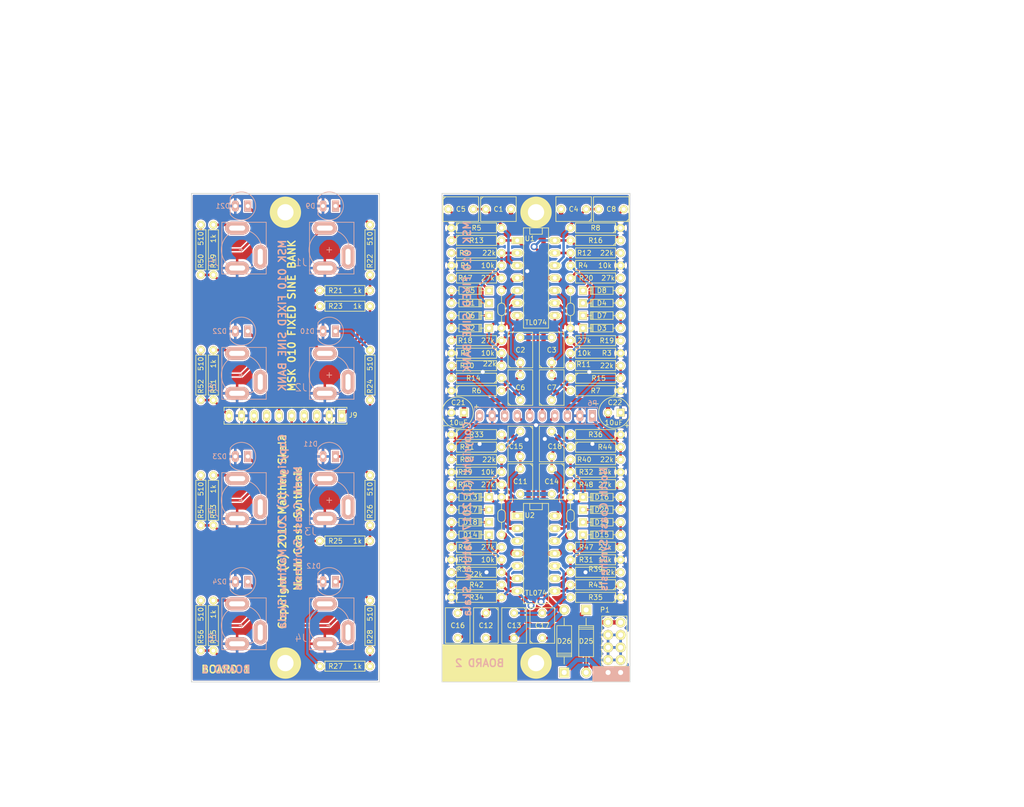
<source format=kicad_pcb>
(kicad_pcb (version 20211014) (generator pcbnew)
  (title_block (title "MSK 010 Fixed Sine Bank") (comment 1 "$Id: manysine.kicad_pcb 10133 2022-06-04 14:32:36Z mskala $"))
  (layers (0 "F.Cu" signal) (31 "B.Cu" signal) (34 "B.Paste" user) (35 "F.Paste" user) (36 "B.SilkS" user "B.Silkscreen") (37 "F.SilkS" user "F.Silkscreen") (38 "B.Mask" user) (39 "F.Mask" user) (44 "Edge.Cuts" user))
  (net 0 "")
  (net 1 "Net-(C1-Pad1)")
  (net 2 "-12V")
  (net 3 "Net-(C2-Pad1)")
  (net 4 "Net-(C3-Pad1)")
  (net 5 "Net-(C4-Pad1)")
  (net 6 "Net-(C5-Pad1)")
  (net 7 "Net-(C6-Pad1)")
  (net 8 "Net-(C7-Pad1)")
  (net 9 "Net-(C8-Pad1)")
  (net 10 "GNDREF")
  (net 11 "+12V")
  (net 12 "Net-(C11-Pad1)")
  (net 13 "Net-(C12-Pad1)")
  (net 14 "Net-(C13-Pad1)")
  (net 15 "Net-(C14-Pad1)")
  (net 16 "Net-(C15-Pad1)")
  (net 17 "Net-(C16-Pad1)")
  (net 18 "Net-(C17-Pad1)")
  (net 19 "Net-(C18-Pad1)")
  (net 20 "Net-(D1-Pad1)")
  (net 21 "Net-(D1-Pad2)")
  (net 22 "Net-(D2-Pad1)")
  (net 23 "Net-(D2-Pad2)")
  (net 24 "Net-(D3-Pad1)")
  (net 25 "Net-(D3-Pad2)")
  (net 26 "Net-(D4-Pad1)")
  (net 27 "Net-(D4-Pad2)")
  (net 28 "Net-(D5-Pad2)")
  (net 29 "Net-(D6-Pad2)")
  (net 30 "Net-(D7-Pad2)")
  (net 31 "Net-(D8-Pad2)")
  (net 32 "Net-(D13-Pad1)")
  (net 33 "Net-(D13-Pad2)")
  (net 34 "Net-(D14-Pad1)")
  (net 35 "Net-(D14-Pad2)")
  (net 36 "Net-(D15-Pad1)")
  (net 37 "Net-(D15-Pad2)")
  (net 38 "Net-(D16-Pad1)")
  (net 39 "Net-(D16-Pad2)")
  (net 40 "Net-(D17-Pad2)")
  (net 41 "Net-(D18-Pad2)")
  (net 42 "Net-(D19-Pad2)")
  (net 43 "Net-(D20-Pad2)")
  (net 44 "Net-(D25-Pad1)")
  (net 45 "Net-(D26-Pad2)")
  (net 46 "Net-(J1-Pad1)")
  (net 47 "Net-(J2-Pad1)")
  (net 48 "Net-(J3-Pad1)")
  (net 49 "Net-(J4-Pad1)")
  (net 50 "Net-(J5-Pad1)")
  (net 51 "Net-(J6-Pad1)")
  (net 52 "Net-(J7-Pad1)")
  (net 53 "Net-(J8-Pad1)")
  (net 54 "/OSCA")
  (net 55 "/OSCB")
  (net 56 "/OSCC")
  (net 57 "/OSCD")
  (net 58 "/OSCE")
  (net 59 "/OSCF")
  (net 60 "/OSCG")
  (net 61 "/OSCH")
  (net 62 "Net-(D9-Pad2)")
  (net 63 "Net-(D10-Pad2)")
  (net 64 "Net-(D11-Pad2)")
  (net 65 "Net-(D12-Pad2)")
  (net 66 "Net-(D21-Pad2)")
  (net 67 "Net-(D22-Pad2)")
  (net 68 "Net-(D23-Pad2)")
  (net 69 "Net-(D24-Pad2)")
  (footprint "mskala:C2_3x2msk" (layer "F.Cu") (at 113.03 53.975)
    (fp_text reference "C1")
    (fp_text value "C" hide)
  )
  (footprint "mskala:C2_3x2msk" (layer "F.Cu") (at 117.475 82.55 90)
    (fp_text reference "C2")
    (fp_text value "C" hide)
  )
  (footprint "mskala:C2_3x2msk" (layer "F.Cu") (at 123.825 82.55 90)
    (fp_text reference "C3")
    (fp_text value "C" hide)
  )
  (footprint "mskala:C2_3x2msk" (layer "F.Cu") (at 128.27 53.975 180)
    (fp_text reference "C4")
    (fp_text value "C" hide)
  )
  (footprint "mskala:C2_3x2msk" (layer "F.Cu") (at 105.41 53.975)
    (fp_text reference "C5")
    (fp_text value "C" hide)
  )
  (footprint "mskala:C2_3x2msk" (layer "F.Cu") (at 117.475 90.17 90)
    (fp_text reference "C6")
    (fp_text value "C" hide)
  )
  (footprint "mskala:C2_3x2msk" (layer "F.Cu") (at 123.825 90.17 90)
    (fp_text reference "C7")
    (fp_text value "C" hide)
  )
  (footprint "mskala:C2_3x2msk" (layer "F.Cu") (at 135.89 53.975 180)
    (fp_text reference "C8")
    (fp_text value "C" hide)
  )
  (footprint "mskala:C3msk" (layer "F.Cu") (at 113.665 74.295 90)
    (fp_text reference "C9" hide)
    (fp_text value "0.1uF" hide)
  )
  (footprint "mskala:C3msk" (layer "F.Cu") (at 127.635 74.295 90)
    (fp_text reference "C10" hide)
    (fp_text value "0.1uF" hide)
  )
  (footprint "mskala:C2_3x2msk" (layer "F.Cu") (at 117.475 109.22 -90)
    (fp_text reference "C11")
    (fp_text value "C" hide)
  )
  (footprint "mskala:C2_3x2msk" (layer "F.Cu") (at 110.49 138.43 -90)
    (fp_text reference "C12")
    (fp_text value "C" hide)
  )
  (footprint "mskala:C2_3x2msk" (layer "F.Cu") (at 116.205 138.43 -90)
    (fp_text reference "C13")
    (fp_text value "C" hide)
  )
  (footprint "mskala:C2_3x2msk" (layer "F.Cu") (at 123.825 109.22 -90)
    (fp_text reference "C14")
    (fp_text value "C" hide)
  )
  (footprint "mskala:C2_3x2msk" (layer "F.Cu") (at 117.475 101.6 -90)
    (fp_text reference "C15")
    (fp_text value "C" hide)
  )
  (footprint "mskala:C2_3x2msk" (layer "F.Cu") (at 104.775 138.43 -90)
    (fp_text reference "C16")
    (fp_text value "C" hide)
  )
  (footprint "mskala:C2_3x2msk" (layer "F.Cu") (at 121.92 138.43 90)
    (fp_text reference "C17")
    (fp_text value "C" hide)
  )
  (footprint "mskala:C2_3x2msk" (layer "F.Cu") (at 123.825 101.6 -90)
    (fp_text reference "C18")
    (fp_text value "C" hide)
  )
  (footprint "mskala:C3msk" (layer "F.Cu") (at 113.665 116.205 -90)
    (fp_text reference "C19" hide)
    (fp_text value "0.1uF" hide)
  )
  (footprint "mskala:C3msk" (layer "F.Cu") (at 127.635 116.205 -90)
    (fp_text reference "C20" hide)
    (fp_text value "0.1uF" hide)
  )
  (footprint "mskala:C1V7msk" (layer "F.Cu") (at 104.775 95.25 180)
    (fp_text reference "C21")
    (fp_text value "10uF")
  )
  (footprint "mskala:C1V7msk" (layer "F.Cu") (at 136.525 95.25 180)
    (fp_text reference "C22")
    (fp_text value "10uF")
  )
  (footprint "mskala:DO35_3msk" (layer "F.Cu") (at 107.315 73.025)
    (fp_text reference "D1")
    (fp_text value "1N5229B" hide)
  )
  (footprint "mskala:DO35_3msk" (layer "F.Cu") (at 107.315 78.105)
    (fp_text reference "D2")
    (fp_text value "1N5229B" hide)
  )
  (footprint "mskala:DO35_3msk" (layer "F.Cu") (at 133.985 78.105 180)
    (fp_text reference "D3")
    (fp_text value "1N5229B" hide)
  )
  (footprint "mskala:DO35_3msk" (layer "F.Cu") (at 133.985 73.025 180)
    (fp_text reference "D4")
    (fp_text value "1N5229B" hide)
  )
  (footprint "mskala:DO35_3msk" (layer "F.Cu") (at 107.315 70.485)
    (fp_text reference "D5")
    (fp_text value "1N5229B" hide)
  )
  (footprint "mskala:DO35_3msk" (layer "F.Cu") (at 107.315 75.565)
    (fp_text reference "D6")
    (fp_text value "1N5229B" hide)
  )
  (footprint "mskala:DO35_3msk" (layer "F.Cu") (at 133.985 75.565 180)
    (fp_text reference "D7")
    (fp_text value "1N5229B" hide)
  )
  (footprint "mskala:DO35_3msk" (layer "F.Cu") (at 133.985 70.485 180)
    (fp_text reference "D8")
    (fp_text value "1N5229B" hide)
  )
  (footprint "mskala:DO35_3msk" (layer "F.Cu") (at 107.315 112.395)
    (fp_text reference "D13")
    (fp_text value "1N5229B" hide)
  )
  (footprint "mskala:DO35_3msk" (layer "F.Cu") (at 107.315 120.015)
    (fp_text reference "D14")
    (fp_text value "1N5229B" hide)
  )
  (footprint "mskala:DO35_3msk" (layer "F.Cu") (at 133.985 120.015 180)
    (fp_text reference "D15")
    (fp_text value "1N5229B" hide)
  )
  (footprint "mskala:DO35_3msk" (layer "F.Cu") (at 133.985 112.395 180)
    (fp_text reference "D16")
    (fp_text value "1N5229B" hide)
  )
  (footprint "mskala:DO35_3msk" (layer "F.Cu") (at 107.315 114.935)
    (fp_text reference "D17")
    (fp_text value "1N5229B" hide)
  )
  (footprint "mskala:DO35_3msk" (layer "F.Cu") (at 107.315 117.475)
    (fp_text reference "D18")
    (fp_text value "1N5229B" hide)
  )
  (footprint "mskala:DO35_3msk" (layer "F.Cu") (at 133.985 117.475 180)
    (fp_text reference "D19")
    (fp_text value "1N5229B" hide)
  )
  (footprint "mskala:DO35_3msk" (layer "F.Cu") (at 133.985 114.935 180)
    (fp_text reference "D20")
    (fp_text value "1N5229B" hide)
  )
  (footprint "mskala:DO15msk" (layer "F.Cu") (at 130.81 141.605 90)
    (fp_text reference "D25")
    (fp_text value "1N5818" hide)
  )
  (footprint "mskala:DO15msk" (layer "F.Cu") (at 126.365 141.605 -90)
    (fp_text reference "D26")
    (fp_text value "1N5818" hide)
  )
  (footprint "mskala:SIP10msk" (layer "F.Cu") (at 69.85 95.885 180)
    (fp_text reference "J9")
    (fp_text value "CONN_01X10" hide)
  )
  (footprint "mskala:2x05msk" (layer "F.Cu") (at 137.795 147.955 180)
    (fp_text reference "P1")
    (fp_text value "CONN_02X05" hide)
  )
  (footprint "mskala:MountingHole_M3" (layer "F.Cu") (at 120.65 54.61)
    (fp_text reference "H15" hide)
    (fp_text value "CONN_01X01" hide)
  )
  (footprint "mskala:MountingHole_M3" (layer "F.Cu") (at 69.85 54.61)
    (fp_text reference "H19" hide)
    (fp_text value "CONN_01X01" hide)
  )
  (footprint "mskala:MountingHole_M3" (layer "F.Cu") (at 69.85 146.05)
    (fp_text reference "H16" hide)
    (fp_text value "CONN_01X01" hide)
  )
  (footprint "mskala:MountingHole_M3" (layer "F.Cu") (at 120.65 146.05)
    (fp_text reference "H20" hide)
    (fp_text value "CONN_01X01" hide)
  )
  (footprint "mskala:R4valmsk" (layer "F.Cu") (at 108.585 65.405)
    (fp_text reference "R1")
    (fp_text value "10k")
  )
  (footprint "mskala:R4valmsk" (layer "F.Cu") (at 108.585 83.185)
    (fp_text reference "R2")
    (fp_text value "10k")
  )
  (footprint "mskala:R4valmsk" (layer "F.Cu") (at 132.715 83.185 180)
    (fp_text reference "R3")
    (fp_text value "10k")
  )
  (footprint "mskala:R4valmsk" (layer "F.Cu") (at 132.715 65.405 180)
    (fp_text reference "R4")
    (fp_text value "10k")
  )
  (footprint "mskala:R4msk" (layer "F.Cu") (at 108.585 57.785)
    (fp_text reference "R5")
    (fp_text value "R" hide)
  )
  (footprint "mskala:R4msk" (layer "F.Cu") (at 108.585 90.805)
    (fp_text reference "R6")
    (fp_text value "R" hide)
  )
  (footprint "mskala:R4msk" (layer "F.Cu") (at 132.715 90.805 180)
    (fp_text reference "R7")
    (fp_text value "R" hide)
  )
  (footprint "mskala:R4msk" (layer "F.Cu") (at 132.715 57.785 180)
    (fp_text reference "R8")
    (fp_text value "R" hide)
  )
  (footprint "mskala:R4valmsk" (layer "F.Cu") (at 108.585 62.865 180)
    (fp_text reference "R9")
    (fp_text value "22k")
  )
  (footprint "mskala:R4valmsk" (layer "F.Cu") (at 108.585 85.725 180)
    (fp_text reference "R10")
    (fp_text value "22k")
  )
  (footprint "mskala:R4valmsk" (layer "F.Cu") (at 132.715 85.725)
    (fp_text reference "R11")
    (fp_text value "22k")
  )
  (footprint "mskala:R4valmsk" (layer "F.Cu") (at 132.715 62.865)
    (fp_text reference "R12")
    (fp_text value "22k")
  )
  (footprint "mskala:R4msk" (layer "F.Cu") (at 108.585 60.325)
    (fp_text reference "R13")
    (fp_text value "R" hide)
  )
  (footprint "mskala:R4msk" (layer "F.Cu") (at 108.585 88.265 180)
    (fp_text reference "R14")
    (fp_text value "R" hide)
  )
  (footprint "mskala:R4msk" (layer "F.Cu") (at 132.715 88.265)
    (fp_text reference "R15")
    (fp_text value "R" hide)
  )
  (footprint "mskala:R4msk" (layer "F.Cu") (at 132.715 60.325 180)
    (fp_text reference "R16")
    (fp_text value "R" hide)
  )
  (footprint "mskala:R4valmsk" (layer "F.Cu") (at 108.585 67.945)
    (fp_text reference "R17")
    (fp_text value "27k")
  )
  (footprint "mskala:R4valmsk" (layer "F.Cu") (at 108.585 80.645)
    (fp_text reference "R18")
    (fp_text value "27k")
  )
  (footprint "mskala:R4valmsk" (layer "F.Cu") (at 132.715 80.645 180)
    (fp_text reference "R19")
    (fp_text value "27k")
  )
  (footprint "mskala:R4valmsk" (layer "F.Cu") (at 132.715 67.945 180)
    (fp_text reference "R20")
    (fp_text value "27k")
  )
  (footprint "mskala:R4valmsk" (layer "F.Cu") (at 81.915 70.485 180)
    (fp_text reference "R21")
    (fp_text value "1k")
  )
  (footprint "mskala:R4valmsk" (layer "F.Cu") (at 86.995 62.23 90)
    (fp_text reference "R22")
    (fp_text value "510")
  )
  (footprint "mskala:R4valmsk" (layer "F.Cu") (at 81.915 73.66 180)
    (fp_text reference "R23")
    (fp_text value "1k")
  )
  (footprint "mskala:R4valmsk" (layer "F.Cu") (at 86.995 87.63 90)
    (fp_text reference "R24")
    (fp_text value "510")
  )
  (footprint "mskala:R4valmsk" (layer "F.Cu") (at 81.915 121.285 180)
    (fp_text reference "R25")
    (fp_text value "1k")
  )
  (footprint "mskala:R4valmsk" (layer "F.Cu") (at 86.995 113.03 90)
    (fp_text reference "R26")
    (fp_text value "510")
  )
  (footprint "mskala:R4valmsk" (layer "F.Cu") (at 81.915 146.685 180)
    (fp_text reference "R27")
    (fp_text value "1k")
  )
  (footprint "mskala:R4valmsk" (layer "F.Cu") (at 86.995 138.43 90)
    (fp_text reference "R28")
    (fp_text value "510")
  )
  (footprint "mskala:R4valmsk" (layer "F.Cu") (at 108.585 107.315)
    (fp_text reference "R29")
    (fp_text value "10k")
  )
  (footprint "mskala:R4valmsk" (layer "F.Cu") (at 108.585 125.095)
    (fp_text reference "R30")
    (fp_text value "10k")
  )
  (footprint "mskala:R4valmsk" (layer "F.Cu") (at 132.715 125.095 180)
    (fp_text reference "R31")
    (fp_text value "10k")
  )
  (footprint "mskala:R4valmsk" (layer "F.Cu") (at 132.715 107.315 180)
    (fp_text reference "R32")
    (fp_text value "10k")
  )
  (footprint "mskala:R4msk" (layer "F.Cu") (at 108.585 99.695)
    (fp_text reference "R33")
    (fp_text value "R" hide)
  )
  (footprint "mskala:R4msk" (layer "F.Cu") (at 108.585 132.715)
    (fp_text reference "R34")
    (fp_text value "R" hide)
  )
  (footprint "mskala:R4msk" (layer "F.Cu") (at 132.715 132.715 180)
    (fp_text reference "R35")
    (fp_text value "R" hide)
  )
  (footprint "mskala:R4msk" (layer "F.Cu") (at 132.715 99.695 180)
    (fp_text reference "R36")
    (fp_text value "R" hide)
  )
  (footprint "mskala:R4valmsk" (layer "F.Cu") (at 108.585 104.775 180)
    (fp_text reference "R37")
    (fp_text value "22k")
  )
  (footprint "mskala:R4valmsk" (layer "F.Cu") (at 108.585 127.635 180)
    (fp_text reference "R38")
    (fp_text value "22k")
  )
  (footprint "mskala:R4valmsk" (layer "F.Cu") (at 132.715 127.635)
    (fp_text reference "R39")
    (fp_text value "22k")
  )
  (footprint "mskala:R4valmsk" (layer "F.Cu") (at 132.715 104.775)
    (fp_text reference "R40")
    (fp_text value "22k")
  )
  (footprint "mskala:R4msk" (layer "F.Cu") (at 108.585 102.235 180)
    (fp_text reference "R41")
    (fp_text value "R" hide)
  )
  (footprint "mskala:R4msk" (layer "F.Cu") (at 108.585 130.175)
    (fp_text reference "R42")
    (fp_text value "R" hide)
  )
  (footprint "mskala:R4msk" (layer "F.Cu") (at 132.715 130.175 180)
    (fp_text reference "R43")
    (fp_text value "R" hide)
  )
  (footprint "mskala:R4msk" (layer "F.Cu") (at 132.715 102.235)
    (fp_text reference "R44")
    (fp_text value "R" hide)
  )
  (footprint "mskala:R4valmsk" (layer "F.Cu") (at 108.585 109.855)
    (fp_text reference "R45")
    (fp_text value "27k")
  )
  (footprint "mskala:R4valmsk" (layer "F.Cu") (at 108.585 122.555)
    (fp_text reference "R46")
    (fp_text value "27k")
  )
  (footprint "mskala:R4valmsk" (layer "F.Cu") (at 132.715 122.555 180)
    (fp_text reference "R47")
    (fp_text value "27k")
  )
  (footprint "mskala:R4valmsk" (layer "F.Cu") (at 132.715 109.855 180)
    (fp_text reference "R48")
    (fp_text value "27k")
  )
  (footprint "mskala:R4valmsk" (layer "F.Cu") (at 55.245 62.23 90)
    (fp_text reference "R49")
    (fp_text value "1k")
  )
  (footprint "mskala:R4valmsk" (layer "F.Cu") (at 52.705 62.23 90)
    (fp_text reference "R50")
    (fp_text value "510")
  )
  (footprint "mskala:R4valmsk" (layer "F.Cu") (at 55.245 87.63 90)
    (fp_text reference "R51")
    (fp_text value "1k")
  )
  (footprint "mskala:R4valmsk" (layer "F.Cu") (at 52.705 87.63 90)
    (fp_text reference "R52")
    (fp_text value "510")
  )
  (footprint "mskala:R4valmsk" (layer "F.Cu") (at 55.245 113.03 90)
    (fp_text reference "R53")
    (fp_text value "1k")
  )
  (footprint "mskala:R4valmsk" (layer "F.Cu") (at 52.705 113.03 90)
    (fp_text reference "R54")
    (fp_text value "510")
  )
  (footprint "mskala:R4valmsk" (layer "F.Cu") (at 55.245 138.43 90)
    (fp_text reference "R55")
    (fp_text value "1k")
  )
  (footprint "mskala:R4valmsk" (layer "F.Cu") (at 52.705 138.43 90)
    (fp_text reference "R56")
    (fp_text value "510")
  )
  (footprint "mskala:DIP14msk" (layer "F.Cu") (at 120.65 67.945 -90)
    (fp_text reference "U1")
    (fp_text value "TL074")
  )
  (footprint "mskala:DIP14msk" (layer "F.Cu") (at 120.65 123.825 -90)
    (fp_text reference "U2")
    (fp_text value "TL074")
  )
  (footprint "mskala:LEDmsk" (layer "B.Cu") (at 78.74 53.34 180)
    (fp_text reference "D9")
    (fp_text value "L-57EGW" hide)
  )
  (footprint "mskala:LEDmsk" (layer "B.Cu") (at 78.74 78.74 180)
    (fp_text reference "D10")
    (fp_text value "L-57EGW" hide)
  )
  (footprint "mskala:LEDmsk" (layer "B.Cu") (at 78.74 104.14 180)
    (fp_text reference "D11")
    (fp_text value "L-57EGW" hide)
  )
  (footprint "mskala:LEDmsk" (layer "B.Cu") (at 78.74 129.54 180)
    (fp_text reference "D12")
    (fp_text value "L-57EGW" hide)
  )
  (footprint "mskala:LEDmsk" (layer "B.Cu") (at 60.96 53.34 180)
    (fp_text reference "D21")
    (fp_text value "L-57EGW" hide)
  )
  (footprint "mskala:LEDmsk" (layer "B.Cu") (at 60.96 78.74 180)
    (fp_text reference "D22")
    (fp_text value "L-57EGW" hide)
  )
  (footprint "mskala:LEDmsk" (layer "B.Cu") (at 60.96 104.14 180)
    (fp_text reference "D23")
    (fp_text value "L-57EGW" hide)
  )
  (footprint "mskala:LEDmsk" (layer "B.Cu") (at 60.96 129.54 180)
    (fp_text reference "D24")
    (fp_text value "L-57EGW" hide)
  )
  (footprint "mskala:mono_jack_slotted" (layer "B.Cu") (at 78.74 62.23 180)
    (fp_text reference "J1")
    (fp_text value "1502 03" hide)
  )
  (footprint "mskala:mono_jack_slotted" (layer "B.Cu") (at 78.74 87.63 180)
    (fp_text reference "J2")
    (fp_text value "1502 03" hide)
  )
  (footprint "mskala:mono_jack_slotted" (layer "B.Cu") (at 78.74 113.03 180)
    (fp_text reference "J3")
    (fp_text value "1502 03" hide)
  )
  (footprint "mskala:mono_jack_slotted" (layer "B.Cu") (at 78.74 138.43 180)
    (fp_text reference "J4")
    (fp_text value "1502 03" hide)
  )
  (footprint "mskala:mono_jack_slotted" (layer "B.Cu") (at 60.96 62.23 180)
    (fp_text reference "J5")
    (fp_text value "1502 03" hide)
  )
  (footprint "mskala:mono_jack_slotted" (layer "B.Cu") (at 60.96 87.63 180)
    (fp_text reference "J6")
    (fp_text value "1502 03" hide)
  )
  (footprint "mskala:mono_jack_slotted" (layer "B.Cu") (at 60.96 113.03 180)
    (fp_text reference "J7")
    (fp_text value "1502 03" hide)
  )
  (footprint "mskala:mono_jack_slotted" (layer "B.Cu") (at 60.96 138.43 180)
    (fp_text reference "J8")
    (fp_text value "1502 03" hide)
  )
  (footprint "mskala:SIP10msk" (layer "B.Cu") (at 120.65 95.885 180)
    (fp_text reference "P6")
    (fp_text value "CONN_01X10" hide)
  )
  (gr_line (start 139.7 149.86) (end 101.6 149.86) (layer "Edge.Cuts") (width 0.15))
  (gr_line (start 101.6 149.86) (end 101.6 50.8) (layer "Edge.Cuts") (width 0.15))
  (gr_line (start 88.9 149.86) (end 50.8 149.86) (layer "Edge.Cuts") (width 0.15))
  (gr_line (start 88.9 50.8) (end 88.9 149.86) (layer "Edge.Cuts") (width 0.15))
  (gr_line (start 139.7 50.8) (end 139.7 149.86) (layer "Edge.Cuts") (width 0.15))
  (gr_line (start 50.8 149.86) (end 50.8 50.8) (layer "Edge.Cuts") (width 0.15))
  (gr_line (start 101.6 50.8) (end 139.7 50.8) (layer "Edge.Cuts") (width 0.15))
  (gr_line (start 50.8 50.8) (end 88.9 50.8) (layer "Edge.Cuts") (width 0.15))
  (gr_text "BOARD 1" (at 57.785 147.32) (layer "B.SilkS") (effects (font (size 1.5 1.5) (thickness 0.3)) (justify mirror)))
  (gr_text "Copyright (C) 2017 Matthew Skala" (at 106.68 116.84 90) (layer "B.SilkS") (effects (font (size 1.5 1.5) (thickness 0.3)) (justify mirror)))
  (gr_text "North Coast Synthesis" (at 134.366 118.872 90) (layer "B.SilkS") (effects (font (size 1.5 1.5) (thickness 0.3)) (justify mirror)))
  (gr_text "Copyright (C) 2017 Matthew Skala" (at 69.215 119.38 90) (layer "B.SilkS") (effects (font (size 1.5 1.5) (thickness 0.3)) (justify mirror)))
  (gr_text "MSK 010 FIXED SINE BANK" (at 69.215 75.565 90) (layer "B.SilkS") (effects (font (size 1.5 1.5) (thickness 0.3)) (justify mirror)))
  (gr_text "BOARD 2" (at 109.22 146.05) (layer "B.SilkS") (effects (font (size 1.5 1.5) (thickness 0.3)) (justify mirror)))
  (gr_text "MSK 010 FIXED SINE BANK" (at 106.68 71.755 90) (layer "B.SilkS") (effects (font (size 1.5 1.5) (thickness 0.3)) (justify mirror)))
  (gr_text "North Coast Synthesis" (at 72.39 118.745 90) (layer "B.SilkS") (effects (font (size 1.5 1.5) (thickness 0.3)) (justify mirror)))
  (gr_text "Copyright (C) 2017 Matthew Skala" (at 69.215 119.38 90) (layer "F.SilkS") (effects (font (size 1.5 1.5) (thickness 0.3))))
  (gr_text "North Coast Synthesis" (at 72.39 118.745 90) (layer "F.SilkS") (effects (font (size 1.5 1.5) (thickness 0.3))))
  (gr_text "MSK 010 FIXED SINE BANK" (at 71.12 75.565 90) (layer "F.SilkS") (effects (font (size 1.5 1.5) (thickness 0.3))))
  (gr_text "BOARD 1" (at 57.785 147.32) (layer "F.SilkS") (effects (font (size 1.5 1.5) (thickness 0.3))))
  (segment (start 110.49 53.975) (end 113.665 57.15) (width 0.508) (layer "F.Cu") (net 1))
  (segment (start 113.665 57.15) (end 113.665 57.785) (width 0.508) (layer "F.Cu") (net 1))
  (segment (start 107.95 53.975) (end 110.49 53.975) (width 0.508) (layer "F.Cu") (net 1))
  (segment (start 115.062 59.182) (end 115.062 64.262) (width 0.508) (layer "B.Cu") (net 1))
  (segment (start 115.062 64.262) (end 116.205 65.405) (width 0.508) (layer "B.Cu") (net 1))
  (segment (start 113.665 57.785) (end 115.062 59.182) (width 0.508) (layer "B.Cu") (net 1))
  (segment (start 124.46 67.945) (end 122.174 67.945) (width 0.889) (layer "F.Cu") (net 2))
  (segment (start 122.174 67.945) (end 122.174 80.01) (width 0.889) (layer "F.Cu") (net 2))
  (segment (start 122.174 88.646) (end 126.365 92.71) (width 0.889) (layer "F.Cu") (net 2))
  (segment (start 126.365 92.71) (end 133.985 92.71) (width 0.889) (layer "F.Cu") (net 2))
  (segment (start 133.985 92.71) (end 135.255 93.98) (width 0.889) (layer "F.Cu") (net 2))
  (segment (start 135.255 93.98) (end 135.255 95.25) (width 0.889) (layer "F.Cu") (net 2))
  (segment (start 135.255 96.52) (end 133.985 97.79) (width 0.889) (layer "F.Cu") (net 2))
  (segment (start 133.985 97.79) (end 127 97.79) (width 0.889) (layer "F.Cu") (net 2))
  (segment (start 127 97.79) (end 125.73 99.06) (width 0.889) (layer "F.Cu") (net 2))
  (segment (start 125.73 99.06) (end 125.73 99.695) (width 0.889) (layer "F.Cu") (net 2))
  (segment (start 125.73 99.695) (end 122.174 103.251) (width 0.889) (layer "F.Cu") (net 2))
  (segment (start 122.174 103.251) (end 122.174 111.76) (width 0.889) (layer "F.Cu") (net 2))
  (segment (start 122.174 123.825) (end 124.46 123.825) (width 0.889) (layer "F.Cu") (net 2))
  (segment (start 127 120.015) (end 125.4125 123.825) (width 0.889) (layer "F.Cu") (net 2))
  (segment (start 125.4125 123.825) (end 124.46 123.825) (width 0.889) (layer "F.Cu") (net 2))
  (segment (start 125.476 135.255) (end 122.174 131.953) (width 0.889) (layer "F.Cu") (net 2))
  (segment (start 122.174 131.953) (end 122.174 123.825) (width 0.889) (layer "F.Cu") (net 2))
  (segment (start 125.095 67.945) (end 127.635 70.485) (width 0.889) (layer "F.Cu") (net 2))
  (segment (start 121.92 59.69) (end 125.73 55.88) (width 0.889) (layer "F.Cu") (net 2))
  (segment (start 125.73 55.88) (end 125.73 53.975) (width 0.889) (layer "F.Cu") (net 2))
  (segment (start 115.57 55.88) (end 119.38 59.69) (width 0.889) (layer "F.Cu") (net 2))
  (segment (start 119.38 59.69) (end 121.92 59.69) (width 0.889) (layer "F.Cu") (net 2))
  (segment (start 122.174 80.01) (end 122.174 88.646) (width 0.889) (layer "F.Cu") (net 2))
  (segment (start 122.174 111.76) (end 122.174 123.825) (width 0.889) (layer "F.Cu") (net 2))
  (segment (start 122.174 59.944) (end 121.92 59.69) (width 0.889) (layer "F.Cu") (net 2))
  (segment (start 135.255 95.25) (end 135.255 96.52) (width 0.889) (layer "F.Cu") (net 2))
  (segment (start 116.205 140.97) (end 110.49 140.97) (width 0.889) (layer "F.Cu") (net 2))
  (segment (start 122.174 80.01) (end 123.825 80.01) (width 0.889) (layer "F.Cu") (net 2))
  (segment (start 122.174 67.945) (end 122.174 59.944) (width 0.889) (layer "F.Cu") (net 2))
  (segment (start 126.365 135.255) (end 125.476 135.255) (width 0.889) (layer "F.Cu") (net 2))
  (segment (start 127.635 120.015) (end 127 120.015) (width 0.889) (layer "F.Cu") (net 2))
  (segment (start 122.174 111.76) (end 123.825 111.76) (width 0.889) (layer "F.Cu") (net 2))
  (segment (start 115.57 53.975) (end 115.57 55.88) (width 0.889) (layer "F.Cu") (net 2))
  (segment (start 123.19 138.43) (end 118.745 138.43) (width 0.889) (layer "B.Cu") (net 2))
  (segment (start 118.745 138.43) (end 116.205 140.97) (width 0.889) (layer "B.Cu") (net 2))
  (segment (start 123.825 111.76) (end 117.475 111.76) (width 0.889) (layer "B.Cu") (net 2))
  (segment (start 126.365 135.255) (end 123.19 138.43) (width 0.889) (layer "B.Cu") (net 2))
  (segment (start 123.825 80.01) (end 117.475 80.01) (width 0.889) (layer "B.Cu") (net 2))
  (segment (start 114.3 90.805) (end 117.475 87.63) (width 0.508) (layer "F.Cu") (net 3))
  (segment (start 113.665 90.805) (end 114.3 90.805) (width 0.508) (layer "F.Cu") (net 3))
  (segment (start 117.475 85.09) (end 117.475 87.63) (width 0.508) (layer "F.Cu") (net 3))
  (segment (start 114.935 72.39) (end 114.935 76.835) (width 0.508) (layer "B.Cu") (net 3))
  (segment (start 114.935 76.835) (end 115.57 77.47) (width 0.508) (layer "B.Cu") (net 3))
  (segment (start 115.57 77.47) (end 115.57 83.185) (width 0.508) (layer "B.Cu") (net 3))
  (segment (start 115.57 83.185) (end 117.475 85.09) (width 0.508) (layer "B.Cu") (net 3))
  (segment (start 116.84 70.485) (end 114.935 72.39) (width 0.508) (layer "B.Cu") (net 3))
  (segment (start 127 90.805) (end 127.635 90.805) (width 0.508) (layer "F.Cu") (net 4))
  (segment (start 123.825 85.09) (end 123.825 87.63) (width 0.508) (layer "F.Cu") (net 4))
  (segment (start 123.825 87.63) (end 127 90.805) (width 0.508) (layer "F.Cu") (net 4))
  (segment (start 126.365 72.39) (end 126.365 76.835) (width 0.508) (layer "B.Cu") (net 4))
  (segment (start 126.365 76.835) (end 125.73 77.47) (width 0.508) (layer "B.Cu") (net 4))
  (segment (start 125.73 77.47) (end 125.73 83.185) (width 0.508) (layer "B.Cu") (net 4))
  (segment (start 125.73 83.185) (end 123.825 85.09) (width 0.508) (layer "B.Cu") (net 4))
  (segment (start 124.46 70.485) (end 126.365 72.39) (width 0.508) (layer "B.Cu") (net 4))
  (segment (start 127.635 57.15) (end 127.635 57.785) (width 0.508) (layer "F.Cu") (net 5))
  (segment (start 130.81 53.975) (end 133.35 53.975) (width 0.508) (layer "F.Cu") (net 5))
  (segment (start 130.81 53.975) (end 127.635 57.15) (width 0.508) (layer "F.Cu") (net 5))
  (segment (start 126.238 59.182) (end 126.238 63.627) (width 0.508) (layer "B.Cu") (net 5))
  (segment (start 126.238 63.627) (end 124.46 65.405) (width 0.508) (layer "B.Cu") (net 5))
  (segment (start 127.635 57.785) (end 126.238 59.182) (width 0.508) (layer "B.Cu") (net 5))
  (segment (start 105.41 56.515) (end 105.41 58.42) (width 0.508) (layer "F.Cu") (net 6))
  (segment (start 105.41 58.42) (end 103.505 60.325) (width 0.508) (layer "F.Cu") (net 6))
  (segment (start 102.87 53.975) (end 105.41 56.515) (width 0.508) (layer "F.Cu") (net 6))
  (segment (start 117.475 92.075) (end 117.475 92.71) (width 0.508) (layer "B.Cu") (net 7))
  (segment (start 113.665 88.265) (end 117.475 92.075) (width 0.508) (layer "B.Cu") (net 7))
  (segment (start 123.825 92.075) (end 123.825 92.71) (width 0.508) (layer "B.Cu") (net 8))
  (segment (start 127.635 88.265) (end 123.825 92.075) (width 0.508) (layer "B.Cu") (net 8))
  (segment (start 135.89 58.42) (end 135.89 56.515) (width 0.508) (layer "F.Cu") (net 9))
  (segment (start 135.89 56.515) (end 138.43 53.975) (width 0.508) (layer "F.Cu") (net 9))
  (segment (start 137.795 60.325) (end 135.89 58.42) (width 0.508) (layer "F.Cu") (net 9))
  (segment (start 110.617 127.635) (end 110.744 127.635) (width 0.508) (layer "F.Cu") (net 10))
  (via (at 118.872 66.548) (size 1.4224) (drill 0.8128) (layers "F.Cu" "B.Cu") (net 10))
  (via (at 110.617 127.635) (size 1.4224) (drill 0.8128) (layers "F.Cu" "B.Cu") (net 10))
  (via (at 120.65 97.79) (size 1.4224) (drill 0.8128) (layers "F.Cu" "B.Cu") (net 10))
  (via (at 118.745 100.711) (size 1.4224) (drill 0.8128) (layers "F.Cu" "B.Cu") (net 10))
  (via (at 122.428 100.584) (size 1.4224) (drill 0.8128) (layers "F.Cu" "B.Cu") (net 10))
  (via (at 130.683 127.635) (size 1.4224) (drill 0.8128) (layers "F.Cu" "B.Cu") (net 10))
  (via (at 131.445 86.995) (size 1.4224) (drill 0.8128) (layers "F.Cu" "B.Cu") (net 10))
  (via (at 132.08 101.6) (size 1.4224) (drill 0.8128) (layers "F.Cu" "B.Cu") (net 10))
  (via (at 109.22 101.6) (size 1.4224) (drill 0.8128) (layers "F.Cu" "B.Cu") (net 10))
  (via (at 109.855 86.995) (size 1.4224) (drill 0.8128) (layers "F.Cu" "B.Cu") (net 10))
  (segment (start 120.523 97.663) (end 120.65 97.79) (width 0.508) (layer "B.Cu") (net 10))
  (segment (start 118.11 67.945) (end 119.126 68.834) (width 0.889) (layer "F.Cu") (net 11))
  (segment (start 119.126 68.834) (end 119.126 88.646) (width 0.889) (layer "F.Cu") (net 11))
  (segment (start 119.126 88.646) (end 114.935 92.71) (width 0.889) (layer "F.Cu") (net 11))
  (segment (start 114.935 92.71) (end 107.315 92.71) (width 0.889) (layer "F.Cu") (net 11))
  (segment (start 107.315 92.71) (end 106.045 93.98) (width 0.889) (layer "F.Cu") (net 11))
  (segment (start 106.045 93.98) (end 106.045 95.25) (width 0.889) (layer "F.Cu") (net 11))
  (segment (start 106.045 96.52) (end 107.315 97.79) (width 0.889) (layer "F.Cu") (net 11))
  (segment (start 107.315 97.79) (end 114.3 97.79) (width 0.889) (layer "F.Cu") (net 11))
  (segment (start 114.3 97.79) (end 115.57 99.06) (width 0.889) (layer "F.Cu") (net 11))
  (segment (start 115.57 99.06) (end 115.57 99.695) (width 0.889) (layer "F.Cu") (net 11))
  (segment (start 115.57 99.695) (end 119.126 103.251) (width 0.889) (layer "F.Cu") (net 11))
  (segment (start 119.126 103.251) (end 119.126 123.825) (width 0.889) (layer "F.Cu") (net 11))
  (segment (start 113.665 120.015) (end 114.3 120.015) (width 0.889) (layer "F.Cu") (net 11))
  (segment (start 114.3 120.015) (end 115.8875 123.825) (width 0.889) (layer "F.Cu") (net 11))
  (segment (start 115.8875 123.825) (end 116.84 123.825) (width 0.889) (layer "F.Cu") (net 11))
  (segment (start 127.635 138.43) (end 119.634 138.43) (width 0.889) (layer "F.Cu") (net 11))
  (segment (start 119.634 138.43) (end 117.856 136.652) (width 0.889) (layer "F.Cu") (net 11))
  (segment (start 117.856 136.652) (end 117.856 133.604) (width 0.889) (layer "F.Cu") (net 11))
  (segment (start 119.126 132.334) (end 119.126 123.825) (width 0.889) (layer "F.Cu") (net 11))
  (segment (start 117.856 133.604) (end 119.126 132.334) (width 0.889) (layer "F.Cu") (net 11))
  (segment (start 116.84 123.825) (end 119.126 123.825) (width 0.889) (layer "F.Cu") (net 11))
  (segment (start 130.81 135.255) (end 127.635 138.43) (width 0.889) (layer "F.Cu") (net 11))
  (segment (start 106.045 96.52) (end 106.045 95.25) (width 0.889) (layer "F.Cu") (net 11))
  (segment (start 113.665 70.485) (end 116.205 67.945) (width 0.889) (layer "F.Cu") (net 11))
  (segment (start 116.84 67.945) (end 118.11 67.945) (width 0.889) (layer "F.Cu") (net 11))
  (segment (start 117.475 103.505) (end 117.475 104.14) (width 0.508) (layer "F.Cu") (net 12))
  (segment (start 117.475 104.14) (end 117.475 106.68) (width 0.508) (layer "F.Cu") (net 12))
  (segment (start 113.665 99.695) (end 117.475 103.505) (width 0.508) (layer "F.Cu") (net 12))
  (segment (start 114.935 119.38) (end 114.935 113.665) (width 0.508) (layer "B.Cu") (net 12))
  (segment (start 114.935 113.665) (end 115.57 113.03) (width 0.508) (layer "B.Cu") (net 12))
  (segment (start 115.57 113.03) (end 115.57 108.585) (width 0.508) (layer "B.Cu") (net 12))
  (segment (start 115.57 108.585) (end 117.475 106.68) (width 0.508) (layer "B.Cu") (net 12))
  (segment (start 116.84 121.285) (end 114.935 119.38) (width 0.508) (layer "B.Cu") (net 12))
  (segment (start 105.41 140.97) (end 110.49 135.89) (width 0.508) (layer "F.Cu") (net 13))
  (segment (start 110.49 135.89) (end 113.665 132.715) (width 0.508) (layer "F.Cu") (net 13))
  (segment (start 104.775 140.97) (end 105.41 140.97) (width 0.508) (layer "F.Cu") (net 13))
  (segment (start 115.062 131.318) (end 115.062 127.508) (width 0.508) (layer "B.Cu") (net 13))
  (segment (start 115.062 127.508) (end 116.205 126.365) (width 0.508) (layer "B.Cu") (net 13))
  (segment (start 113.665 132.715) (end 115.062 131.318) (width 0.508) (layer "B.Cu") (net 13))
  (segment (start 126.238 132.715) (end 126.238 127.508) (width 0.508) (layer "B.Cu") (net 14))
  (segment (start 126.238 127.508) (end 125.095 126.365) (width 0.508) (layer "B.Cu") (net 14))
  (segment (start 123.063 135.89) (end 121.92 135.89) (width 0.508) (layer "B.Cu") (net 14))
  (segment (start 116.205 135.89) (end 121.92 135.89) (width 0.508) (layer "B.Cu") (net 14))
  (segment (start 127.635 132.715) (end 126.238 132.715) (width 0.508) (layer "B.Cu") (net 14))
  (segment (start 126.238 132.715) (end 123.063 135.89) (width 0.508) (layer "B.Cu") (net 14))
  (segment (start 123.825 103.505) (end 123.825 104.14) (width 0.508) (layer "F.Cu") (net 15))
  (segment (start 123.825 104.14) (end 123.825 106.68) (width 0.508) (layer "F.Cu") (net 15))
  (segment (start 127.635 99.695) (end 123.825 103.505) (width 0.508) (layer "F.Cu") (net 15))
  (segment (start 125.73 108.585) (end 125.73 113.03) (width 0.508) (layer "B.Cu") (net 15))
  (segment (start 125.73 113.03) (end 126.365 113.665) (width 0.508) (layer "B.Cu") (net 15))
  (segment (start 126.365 113.665) (end 126.365 119.38) (width 0.508) (layer "B.Cu") (net 15))
  (segment (start 126.365 119.38) (end 124.46 121.285) (width 0.508) (layer "B.Cu") (net 15))
  (segment (start 123.825 106.68) (end 125.73 108.585) (width 0.508) (layer "B.Cu") (net 15))
  (segment (start 114.3 102.235) (end 117.475 99.06) (width 0.508) (layer "B.Cu") (net 16))
  (segment (start 113.665 102.235) (end 114.3 102.235) (width 0.508) (layer "B.Cu") (net 16))
  (segment (start 106.045 134.62) (end 106.045 132.08) (width 0.508) (layer "F.Cu") (net 17))
  (segment (start 106.045 132.08) (end 104.14 130.175) (width 0.508) (layer "F.Cu") (net 17))
  (segment (start 104.14 130.175) (end 103.505 130.175) (width 0.508) (layer "F.Cu") (net 17))
  (segment (start 104.775 135.89) (end 106.045 134.62) (width 0.508) (layer "F.Cu") (net 17))
  (segment (start 128.27 140.97) (end 135.255 133.985) (width 0.508) (layer "F.Cu") (net 18))
  (segment (start 135.255 133.985) (end 135.255 132.08) (width 0.508) (layer "F.Cu") (net 18))
  (segment (start 135.255 132.08) (end 137.16 130.175) (width 0.508) (layer "F.Cu") (net 18))
  (segment (start 137.16 130.175) (end 137.795 130.175) (width 0.508) (layer "F.Cu") (net 18))
  (segment (start 121.92 140.97) (end 128.27 140.97) (width 0.508) (layer "F.Cu") (net 18))
  (segment (start 127 102.235) (end 127.635 102.235) (width 0.508) (layer "B.Cu") (net 19))
  (segment (start 123.825 99.06) (end 127 102.235) (width 0.508) (layer "B.Cu") (net 19))
  (segment (start 103.505 73.025) (end 103.505 70.485) (width 0.508) (layer "F.Cu") (net 20))
  (segment (start 113.665 62.865) (end 116.84 62.865) (width 0.508) (layer "F.Cu") (net 21))
  (segment (start 113.665 65.405) (end 113.665 62.865) (width 0.508) (layer "F.Cu") (net 21))
  (segment (start 110.49 73.025) (end 109.22 71.755) (width 0.508) (layer "B.Cu") (net 21))
  (segment (start 109.22 71.755) (end 109.22 69.85) (width 0.508) (layer "B.Cu") (net 21))
  (segment (start 109.22 69.85) (end 113.665 65.405) (width 0.508) (layer "B.Cu") (net 21))
  (segment (start 111.125 73.025) (end 110.49 73.025) (width 0.508) (layer "B.Cu") (net 21))
  (segment (start 103.505 75.565) (end 103.505 78.105) (width 0.508) (layer "F.Cu") (net 22))
  (segment (start 111.125 78.105) (end 116.205 73.025) (width 0.508) (layer "F.Cu") (net 23))
  (segment (start 113.665 85.725) (end 113.665 83.185) (width 0.508) (layer "F.Cu") (net 23))
  (segment (start 111.125 80.645) (end 113.665 83.185) (width 0.508) (layer "B.Cu") (net 23))
  (segment (start 111.125 78.105) (end 111.125 80.645) (width 0.508) (layer "B.Cu") (net 23))
  (segment (start 137.795 75.565) (end 137.795 78.105) (width 0.508) (layer "F.Cu") (net 24))
  (segment (start 127.635 85.725) (end 127.635 83.185) (width 0.508) (layer "F.Cu") (net 25))
  (segment (start 130.175 78.105) (end 125.095 73.025) (width 0.508) (layer "F.Cu") (net 25))
  (segment (start 130.175 80.645) (end 127.635 83.185) (width 0.508) (layer "B.Cu") (net 25))
  (segment (start 130.175 78.105) (end 130.175 80.645) (width 0.508) (layer "B.Cu") (net 25))
  (segment (start 137.795 70.485) (end 137.795 73.025) (width 0.508) (layer "F.Cu") (net 26))
  (segment (start 127.635 62.865) (end 124.46 62.865) (width 0.508) (layer "F.Cu") (net 27))
  (segment (start 127.635 62.865) (end 127.635 65.405) (width 0.508) (layer "F.Cu") (net 27))
  (segment (start 130.81 73.025) (end 132.08 71.755) (width 0.508) (layer "B.Cu") (net 27))
  (segment (start 132.08 71.755) (end 132.08 69.85) (width 0.508) (layer "B.Cu") (net 27))
  (segment (start 132.08 69.85) (end 127.635 65.405) (width 0.508) (layer "B.Cu") (net 27))
  (segment (start 130.175 73.025) (end 130.81 73.025) (width 0.508) (layer "B.Cu") (net 27))
  (segment (start 108.585 67.945) (end 111.125 70.485) (width 0.508) (layer "F.Cu") (net 28))
  (segment (start 103.505 67.945) (end 108.585 67.945) (width 0.508) (layer "F.Cu") (net 28))
  (segment (start 108.585 75.565) (end 111.125 75.565) (width 0.508) (layer "F.Cu") (net 29))
  (segment (start 103.505 80.645) (end 108.585 75.565) (width 0.508) (layer "F.Cu") (net 29))
  (segment (start 132.715 75.565) (end 137.795 80.645) (width 0.508) (layer "F.Cu") (net 30))
  (segment (start 130.175 75.565) (end 132.715 75.565) (width 0.508) (layer "F.Cu") (net 30))
  (segment (start 132.715 67.945) (end 130.175 70.485) (width 0.508) (layer "F.Cu") (net 31))
  (segment (start 137.795 67.945) (end 132.715 67.945) (width 0.508) (layer "F.Cu") (net 31))
  (segment (start 103.505 112.395) (end 103.505 114.935) (width 0.508) (layer "F.Cu") (net 32))
  (segment (start 113.03 114.3) (end 113.03 116.84) (width 0.508) (layer "F.Cu") (net 33))
  (segment (start 113.03 116.84) (end 114.935 118.745) (width 0.508) (layer "F.Cu") (net 33))
  (segment (start 114.935 118.745) (end 116.84 118.745) (width 0.508) (layer "F.Cu") (net 33))
  (segment (start 113.665 104.775) (end 113.665 107.315) (width 0.508) (layer "F.Cu") (net 33))
  (segment (start 111.125 112.395) (end 113.03 114.3) (width 0.508) (layer "F.Cu") (net 33))
  (segment (start 111.125 109.855) (end 113.665 107.315) (width 0.508) (layer "B.Cu") (net 33))
  (segment (start 111.125 112.395) (end 111.125 109.855) (width 0.508) (layer "B.Cu") (net 33))
  (segment (start 103.505 117.475) (end 103.505 120.015) (width 0.508) (layer "F.Cu") (net 34))
  (segment (start 115.57 128.905) (end 114.3 127.635) (width 0.508) (layer "F.Cu") (net 35))
  (segment (start 114.3 127.635) (end 113.665 127.635) (width 0.508) (layer "F.Cu") (net 35))
  (segment (start 113.665 127.635) (end 113.665 125.095) (width 0.508) (layer "F.Cu") (net 35))
  (segment (start 116.84 128.905) (end 115.57 128.905) (width 0.508) (layer "F.Cu") (net 35))
  (segment (start 111.125 122.555) (end 113.665 125.095) (width 0.508) (layer "B.Cu") (net 35))
  (segment (start 111.125 120.015) (end 111.125 122.555) (width 0.508) (layer "B.Cu") (net 35))
  (segment (start 137.795 117.475) (end 137.795 120.015) (width 0.508) (layer "F.Cu") (net 36))
  (segment (start 125.73 128.905) (end 127 127.635) (width 0.508) (layer "F.Cu") (net 37))
  (segment (start 127 127.635) (end 127.635 127.635) (width 0.508) (layer "F.Cu") (net 37))
  (segment (start 124.46 128.905) (end 125.73 128.905) (width 0.508) (layer "F.Cu") (net 37))
  (segment (start 127.635 127.635) (end 127.635 125.095) (width 0.508) (layer "F.Cu") (net 37))
  (segment (start 130.175 122.555) (end 127.635 125.095) (width 0.508) (layer "B.Cu") (net 37))
  (segment (start 130.175 120.015) (end 130.175 122.555) (width 0.508) (layer "B.Cu") (net 37))
  (segment (start 137.795 114.935) (end 137.795 112.395) (width 0.508) (layer "F.Cu") (net 38))
  (segment (start 126.365 118.745) (end 128.27 116.84) (width 0.508) (layer "F.Cu") (net 39))
  (segment (start 128.27 116.84) (end 128.27 114.3) (width 0.508) (layer "F.Cu") (net 39))
  (segment (start 128.27 114.3) (end 130.175 112.395) (width 0.508) (layer "F.Cu") (net 39))
  (segment (start 124.46 118.745) (end 126.365 118.745) (width 0.508) (layer "F.Cu") (net 39))
  (segment (start 127.635 104.775) (end 127.635 107.315) (width 0.508) (layer "F.Cu") (net 39))
  (segment (start 130.175 109.855) (end 127.635 107.315) (width 0.508) (layer "B.Cu") (net 39))
  (segment (start 130.175 112.395) (end 130.175 109.855) (width 0.508) (layer "B.Cu") (net 39))
  (segment (start 108.585 114.935) (end 111.125 114.935) (width 0.508) (layer "F.Cu") (net 40))
  (segment (start 103.505 109.855) (end 108.585 114.935) (width 0.508) (layer "F.Cu") (net 40))
  (segment (start 108.585 117.475) (end 111.125 117.475) (width 0.508) (layer "F.Cu") (net 41))
  (segment (start 103.505 122.555) (end 108.585 117.475) (width 0.508) (layer "F.Cu") (net 41))
  (segment (start 132.715 117.475) (end 137.795 122.555) (width 0.508) (layer "F.Cu") (net 42))
  (segment (start 130.175 117.475) (end 132.715 117.475) (width 0.508) (layer "F.Cu") (net 42))
  (segment (start 132.715 114.935) (end 130.175 114.935) (width 0.508) (layer "F.Cu") (net 43))
  (segment (start 137.795 109.855) (end 132.715 114.935) (width 0.508) (layer "F.Cu") (net 43))
  (segment (start 130.81 140.335) (end 133.35 137.795) (width 0.889) (layer "F.Cu") (net 44))
  (segment (start 130.81 140.335) (end 130.81 147.955) (width 0.889) (layer "F.Cu") (net 44))
  (segment (start 135.255 137.795) (end 133.35 137.795) (width 0.889) (layer "F.Cu") (net 44))
  (segment (start 135.255 137.795) (end 137.795 137.795) (width 0.889) (layer "F.Cu") (net 44))
  (segment (start 135.255 147.955) (end 137.795 147.955) (width 0.889) (layer "F.Cu") (net 45))
  (segment (start 128.905 145.415) (end 131.445 145.415) (width 0.889) (layer "B.Cu") (net 45))
  (segment (start 131.445 145.415) (end 133.985 147.955) (width 0.889) (layer "B.Cu") (net 45))
  (segment (start 133.985 147.955) (end 135.255 147.955) (width 0.889) (layer "B.Cu") (net 45))
  (segment (start 126.365 147.955) (end 128.905 145.415) (width 0.889) (layer "B.Cu") (net 45))
  (segment (start 75.565 70.485) (end 73.66 68.58) (width 0.508) (layer "F.Cu") (net 46))
  (segment (start 73.66 68.58) (end 73.66 61.595) (width 0.508) (layer "F.Cu") (net 46))
  (segment (start 73.66 61.595) (end 77.47 57.785) (width 0.508) (layer "F.Cu") (net 46))
  (segment (start 76.835 70.485) (end 75.565 70.485) (width 0.508) (layer "F.Cu") (net 46))
  (segment (start 76.2 73.66) (end 74.295 75.565) (width 0.508) (layer "F.Cu") (net 47))
  (segment (start 74.295 75.565) (end 74.295 80.01) (width 0.508) (layer "F.Cu") (net 47))
  (segment (start 74.295 80.01) (end 77.47 83.185) (width 0.508) (layer "F.Cu") (net 47))
  (segment (start 76.835 73.66) (end 76.2 73.66) (width 0.508) (layer "F.Cu") (net 47))
  (segment (start 75.565 121.285) (end 74.295 120.015) (width 0.508) (layer "F.Cu") (net 48))
  (segment (start 74.295 120.015) (end 74.295 111.76) (width 0.508) (layer "F.Cu") (net 48))
  (segment (start 74.295 111.76) (end 77.47 108.585) (width 0.508) (layer "F.Cu") (net 48))
  (segment (start 76.835 121.285) (end 75.565 121.285) (width 0.508) (layer "F.Cu") (net 48))
  (segment (start 74.295 144.145) (end 74.295 137.16) (width 0.508) (layer "B.Cu") (net 49))
  (segment (start 74.295 137.16) (end 77.47 133.985) (width 0.508) (layer "B.Cu") (net 49))
  (segment (start 76.835 146.685) (end 74.295 144.145) (width 0.508) (layer "B.Cu") (net 49))
  (segment (start 55.245 57.15) (end 59.055 57.15) (width 0.508) (layer "F.Cu") (net 50))
  (segment (start 55.245 82.55) (end 59.055 82.55) (width 0.508) (layer "F.Cu") (net 51))
  (segment (start 55.245 107.95) (end 59.055 107.95) (width 0.508) (layer "F.Cu") (net 52))
  (segment (start 55.245 133.35) (end 59.055 133.35) (width 0.508) (layer "F.Cu") (net 53))
  (segment (start 68.58 80.645) (end 55.245 67.31) (width 0.508) (layer "F.Cu") (net 54))
  (segment (start 111.125 62.865) (end 103.505 62.865) (width 0.508) (layer "F.Cu") (net 54))
  (segment (start 111.125 65.405) (end 113.665 67.945) (width 0.508) (layer "F.Cu") (net 54))
  (segment (start 116.84 60.325) (end 120.142 63.627) (width 0.508) (layer "F.Cu") (net 54))
  (segment (start 120.142 93.218) (end 119.38 93.98) (width 0.508) (layer "F.Cu") (net 54))
  (segment (start 119.38 93.98) (end 119.38 95.885) (width 0.508) (layer "F.Cu") (net 54))
  (segment (start 116.84 60.325) (end 113.665 60.325) (width 0.508) (layer "F.Cu") (net 54))
  (segment (start 113.665 60.325) (end 111.125 62.865) (width 0.508) (layer "F.Cu") (net 54))
  (segment (start 111.125 62.865) (end 111.125 65.405) (width 0.508) (layer "F.Cu") (net 54))
  (segment (start 68.58 95.885) (end 68.58 80.645) (width 0.508) (layer "F.Cu") (net 54))
  (segment (start 52.705 67.31) (end 55.245 67.31) (width 0.508) (layer "F.Cu") (net 54))
  (segment (start 120.142 63.627) (end 120.142 93.218) (width 0.508) (layer "F.Cu") (net 54))
  (segment (start 57.785 120.65) (end 65.405 120.65) (width 0.508) (layer "F.Cu") (net 55))
  (segment (start 65.405 120.65) (end 67.945 118.11) (width 0.508) (layer "F.Cu") (net 55))
  (segment (start 67.945 118.11) (end 67.945 105.41) (width 0.508) (layer "F.Cu") (net 55))
  (segment (start 67.945 105.41) (end 63.5 100.965) (width 0.508) (layer "F.Cu") (net 55))
  (segment (start 63.5 100.965) (end 63.5 95.885) (width 0.508) (layer "F.Cu") (net 55))
  (segment (start 116.84 77.47) (end 116.84 75.565) (width 0.508) (layer "F.Cu") (net 55))
  (segment (start 108.585 85.725) (end 113.665 80.645) (width 0.508) (layer "F.Cu") (net 55))
  (segment (start 113.665 80.645) (end 116.84 77.47) (width 0.508) (layer "F.Cu") (net 55))
  (segment (start 55.245 118.11) (end 57.785 120.65) (width 0.508) (layer "F.Cu") (net 55))
  (segment (start 103.505 85.725) (end 108.585 85.725) (width 0.508) (layer "F.Cu") (net 55))
  (segment (start 103.505 88.265) (end 103.505 85.725) (width 0.508) (layer "F.Cu") (net 55))
  (segment (start 52.705 118.11) (end 55.245 118.11) (width 0.508) (layer "F.Cu") (net 55))
  (segment (start 107.95 88.265) (end 114.3 94.615) (width 0.508) (layer "B.Cu") (net 55))
  (segment (start 114.3 94.615) (end 114.3 95.885) (width 0.508) (layer "B.Cu") (net 55))
  (segment (start 103.505 88.265) (end 107.95 88.265) (width 0.508) (layer "B.Cu") (net 55))
  (segment (start 86.995 80.01) (end 85.09 81.915) (width 0.508) (layer "F.Cu") (net 56))
  (segment (start 85.09 81.915) (end 85.09 83.185) (width 0.508) (layer "F.Cu") (net 56))
  (segment (start 85.09 83.185) (end 86.995 85.09) (width 0.508) (layer "F.Cu") (net 56))
  (segment (start 86.995 85.09) (end 86.995 92.71) (width 0.508) (layer "F.Cu") (net 56))
  (segment (start 132.715 85.725) (end 127.635 80.645) (width 0.508) (layer "F.Cu") (net 56))
  (segment (start 124.46 77.47) (end 127.635 80.645) (width 0.508) (layer "F.Cu") (net 56))
  (segment (start 86.995 95.885) (end 83.82 99.06) (width 0.508) (layer "F.Cu") (net 56))
  (segment (start 83.82 99.06) (end 77.47 99.06) (width 0.508) (layer "F.Cu") (net 56))
  (segment (start 77.47 99.06) (end 76.2 97.79) (width 0.508) (layer "F.Cu") (net 56))
  (segment (start 76.2 97.79) (end 76.2 95.885) (width 0.508) (layer "F.Cu") (net 56))
  (segment (start 124.46 75.565) (end 124.46 77.47) (width 0.508) (layer "F.Cu") (net 56))
  (segment (start 86.995 92.71) (end 86.995 95.885) (width 0.508) (layer "F.Cu") (net 56))
  (segment (start 86.995 73.66) (end 86.995 80.01) (width 0.508) (layer "F.Cu") (net 56))
  (segment (start 137.795 88.265) (end 137.795 85.725) (width 0.508) (layer "F.Cu") (net 56))
  (segment (start 137.795 85.725) (end 132.715 85.725) (width 0.508) (layer "F.Cu") (net 56))
  (segment (start 133.35 88.265) (end 127 94.615) (width 0.508) (layer "B.Cu") (net 56))
  (segment (start 127 94.615) (end 127 95.885) (width 0.508) (layer "B.Cu") (net 56))
  (segment (start 137.795 88.265) (end 133.35 88.265) (width 0.508) (layer "B.Cu") (net 56))
  (segment (start 86.995 137.795) (end 84.455 135.255) (width 0.508) (layer "F.Cu") (net 57))
  (segment (start 84.455 135.255) (end 81.915 135.255) (width 0.508) (layer "F.Cu") (net 57))
  (segment (start 81.915 135.255) (end 78.74 138.43) (width 0.508) (layer "F.Cu") (net 57))
  (segment (start 78.74 138.43) (end 73.025 138.43) (width 0.508) (layer "F.Cu") (net 57))
  (segment (start 73.025 138.43) (end 71.12 136.525) (width 0.508) (layer "F.Cu") (net 57))
  (segment (start 71.12 136.525) (end 71.12 95.885) (width 0.508) (layer "F.Cu") (net 57))
  (segment (start 130.175 62.865) (end 137.795 62.865) (width 0.508) (layer "F.Cu") (net 57))
  (segment (start 130.175 65.405) (end 127.635 67.945) (width 0.508) (layer "F.Cu") (net 57))
  (segment (start 120.269 61.595) (end 121.031 62.357) (width 0.508) (layer "F.Cu") (net 57))
  (segment (start 121.031 93.091) (end 121.92 93.98) (width 0.508) (layer "F.Cu") (net 57))
  (segment (start 121.92 93.98) (end 121.92 95.885) (width 0.508) (layer "F.Cu") (net 57))
  (segment (start 86.995 143.51) (end 86.995 137.795) (width 0.508) (layer "F.Cu") (net 57))
  (segment (start 86.995 146.685) (end 86.995 143.51) (width 0.508) (layer "F.Cu") (net 57))
  (segment (start 130.175 62.865) (end 130.175 65.405) (width 0.508) (layer "F.Cu") (net 57))
  (segment (start 127.635 60.325) (end 124.46 60.325) (width 0.508) (layer "F.Cu") (net 57))
  (segment (start 121.031 62.357) (end 121.031 93.091) (width 0.508) (layer "F.Cu") (net 57))
  (segment (start 127.635 60.325) (end 130.175 62.865) (width 0.508) (layer "F.Cu") (net 57))
  (via (at 120.269 61.595) (size 1.4224) (drill 0.8128) (layers "F.Cu" "B.Cu") (net 57))
  (segment (start 121.539 60.325) (end 120.269 61.595) (width 0.508) (layer "B.Cu") (net 57))
  (segment (start 124.46 60.325) (end 121.539 60.325) (width 0.508) (layer "B.Cu") (net 57))
  (segment (start 108.585 104.775) (end 113.665 109.855) (width 0.508) (layer "F.Cu") (net 58))
  (segment (start 116.205 112.395) (end 116.205 116.205) (width 0.508) (layer "F.Cu") (net 58))
  (segment (start 113.665 109.855) (end 116.205 112.395) (width 0.508) (layer "F.Cu") (net 58))
  (segment (start 103.505 102.235) (end 103.505 104.775) (width 0.508) (layer "F.Cu") (net 58))
  (segment (start 52.705 92.71) (end 55.245 92.71) (width 0.508) (layer "F.Cu") (net 58))
  (segment (start 103.505 104.775) (end 108.585 104.775) (width 0.508) (layer "F.Cu") (net 58))
  (segment (start 55.245 92.71) (end 58.42 95.885) (width 0.508) (layer "F.Cu") (net 58))
  (segment (start 103.505 102.235) (end 109.22 96.52) (width 0.508) (layer "B.Cu") (net 58))
  (segment (start 57.785 146.05) (end 63.5 146.05) (width 0.508) (layer "F.Cu") (net 59))
  (segment (start 63.5 146.05) (end 69.215 140.335) (width 0.508) (layer "F.Cu") (net 59))
  (segment (start 69.215 140.335) (end 69.215 102.87) (width 0.508) (layer "F.Cu") (net 59))
  (segment (start 69.215 102.87) (end 66.04 99.695) (width 0.508) (layer "F.Cu") (net 59))
  (segment (start 66.04 99.695) (end 66.04 95.885) (width 0.508) (layer "F.Cu") (net 59))
  (segment (start 108.585 127.635) (end 113.665 122.555) (width 0.508) (layer "F.Cu") (net 59))
  (segment (start 114.935 131.445) (end 113.665 130.175) (width 0.508) (layer "F.Cu") (net 59))
  (segment (start 111.125 130.175) (end 108.585 127.635) (width 0.508) (layer "F.Cu") (net 59))
  (segment (start 120.142 99.187) (end 116.84 95.885) (width 0.508) (layer "F.Cu") (net 59))
  (segment (start 52.705 143.51) (end 55.245 143.51) (width 0.508) (layer "F.Cu") (net 59))
  (segment (start 113.665 130.175) (end 111.125 130.175) (width 0.508) (layer "F.Cu") (net 59))
  (segment (start 120.142 133.858) (end 120.142 99.187) (width 0.508) (layer "F.Cu") (net 59))
  (segment (start 55.245 143.51) (end 57.785 146.05) (width 0.508) (layer "F.Cu") (net 59))
  (segment (start 103.505 127.635) (end 108.585 127.635) (width 0.508) (layer "F.Cu") (net 59))
  (segment (start 116.84 131.445) (end 114.935 131.445) (width 0.508) (layer "F.Cu") (net 59))
  (segment (start 119.634 134.366) (end 120.142 133.858) (width 0.508) (layer "F.Cu") (net 59))
  (via (at 119.634 134.366) (size 1.4224) (drill 0.8128) (layers "F.Cu" "B.Cu") (net 59))
  (segment (start 116.84 131.572) (end 119.634 134.366) (width 0.508) (layer "B.Cu") (net 59))
  (segment (start 84.455 123.825) (end 75.565 123.825) (width 0.508) (layer "F.Cu") (net 60))
  (segment (start 75.565 123.825) (end 73.025 121.285) (width 0.508) (layer "F.Cu") (net 60))
  (segment (start 73.025 121.285) (end 73.025 99.695) (width 0.508) (layer "F.Cu") (net 60))
  (segment (start 73.025 99.695) (end 73.66 99.06) (width 0.508) (layer "F.Cu") (net 60))
  (segment (start 73.66 99.06) (end 73.66 95.885) (width 0.508) (layer "F.Cu") (net 60))
  (segment (start 132.715 127.635) (end 127.635 122.555) (width 0.508) (layer "F.Cu") (net 60))
  (segment (start 126.365 131.445) (end 127.635 130.175) (width 0.508) (layer "F.Cu") (net 60))
  (segment (start 130.175 130.175) (end 132.715 127.635) (width 0.508) (layer "F.Cu") (net 60))
  (segment (start 121.158 99.187) (end 124.46 95.885) (width 0.508) (layer "F.Cu") (net 60))
  (segment (start 121.666 133.604) (end 121.158 133.096) (width 0.508) (layer "F.Cu") (net 60))
  (segment (start 124.46 131.445) (end 126.365 131.445) (width 0.508) (layer "F.Cu") (net 60))
  (segment (start 137.795 127.635) (end 132.715 127.635) (width 0.508) (layer "F.Cu") (net 60))
  (segment (start 121.158 133.096) (end 121.158 99.187) (width 0.508) (layer "F.Cu") (net 60))
  (segment (start 86.995 121.285) (end 84.455 123.825) (width 0.508) (layer "F.Cu") (net 60))
  (segment (start 127.635 130.175) (end 130.175 130.175) (width 0.508) (layer "F.Cu") (net 60))
  (segment (start 86.995 121.285) (end 86.995 118.11) (width 0.508) (layer "F.Cu") (net 60))
  (via (at 121.666 133.604) (size 1.4224) (drill 0.8128) (layers "F.Cu" "B.Cu") (net 60))
  (segment (start 123.825 131.445) (end 121.666 133.604) (width 0.508) (layer "B.Cu") (net 60))
  (segment (start 84.455 73.025) (end 84.455 80.01) (width 0.508) (layer "F.Cu") (net 61))
  (segment (start 84.455 80.01) (end 83.185 81.28) (width 0.508) (layer "F.Cu") (net 61))
  (segment (start 83.185 81.28) (end 83.185 83.82) (width 0.508) (layer "F.Cu") (net 61))
  (segment (start 83.185 83.82) (end 85.09 85.725) (width 0.508) (layer "F.Cu") (net 61))
  (segment (start 85.09 85.725) (end 85.09 92.075) (width 0.508) (layer "F.Cu") (net 61))
  (segment (start 85.09 92.075) (end 81.28 95.885) (width 0.508) (layer "F.Cu") (net 61))
  (segment (start 132.715 104.775) (end 127.635 109.855) (width 0.508) (layer "F.Cu") (net 61))
  (segment (start 125.095 116.205) (end 125.095 112.395) (width 0.508) (layer "F.Cu") (net 61))
  (segment (start 125.095 112.395) (end 127.635 109.855) (width 0.508) (layer "F.Cu") (net 61))
  (segment (start 137.795 102.235) (end 137.795 104.775) (width 0.508) (layer "F.Cu") (net 61))
  (segment (start 137.795 104.775) (end 132.715 104.775) (width 0.508) (layer "F.Cu") (net 61))
  (segment (start 86.995 67.31) (end 86.995 70.485) (width 0.508) (layer "F.Cu") (net 61))
  (segment (start 86.995 70.485) (end 84.455 73.025) (width 0.508) (layer "F.Cu") (net 61))
  (segment (start 137.795 102.235) (end 132.08 96.52) (width 0.508) (layer "B.Cu") (net 61))
  (segment (start 83.185 53.34) (end 86.995 57.15) (width 0.508) (layer "F.Cu") (net 62))
  (segment (start 80.01 53.34) (end 83.185 53.34) (width 0.508) (layer "F.Cu") (net 62))
  (segment (start 83.185 78.74) (end 86.995 82.55) (width 0.508) (layer "B.Cu") (net 63))
  (segment (start 80.01 78.74) (end 83.185 78.74) (width 0.508) (layer "B.Cu") (net 63))
  (segment (start 83.185 104.14) (end 86.995 107.95) (width 0.508) (layer "F.Cu") (net 64))
  (segment (start 80.01 104.14) (end 83.185 104.14) (width 0.508) (layer "F.Cu") (net 64))
  (segment (start 83.185 129.54) (end 86.995 133.35) (width 0.508) (layer "F.Cu") (net 65))
  (segment (start 80.01 129.54) (end 83.185 129.54) (width 0.508) (layer "F.Cu") (net 65))
  (segment (start 52.705 59.055) (end 55.88 62.23) (width 0.508) (layer "F.Cu") (net 66))
  (segment (start 55.88 62.23) (end 60.96 62.23) (width 0.508) (layer "F.Cu") (net 66))
  (segment (start 60.96 62.23) (end 64.135 59.055) (width 0.508) (layer "F.Cu") (net 66))
  (segment (start 64.135 59.055) (end 64.135 55.245) (width 0.508) (layer "F.Cu") (net 66))
  (segment (start 64.135 55.245) (end 62.23 53.34) (width 0.508) (layer "F.Cu") (net 66))
  (segment (start 52.705 57.15) (end 52.705 59.055) (width 0.508) (layer "F.Cu") (net 66))
  (segment (start 52.705 84.455) (end 55.88 87.63) (width 0.508) (layer "F.Cu") (net 67))
  (segment (start 55.88 87.63) (end 60.96 87.63) (width 0.508) (layer "F.Cu") (net 67))
  (segment (start 60.96 87.63) (end 64.135 84.455) (width 0.508) (layer "F.Cu") (net 67))
  (segment (start 64.135 84.455) (end 64.135 80.645) (width 0.508) (layer "F.Cu") (net 67))
  (segment (start 64.135 80.645) (end 62.23 78.74) (width 0.508) (layer "F.Cu") (net 67))
  (segment (start 52.705 82.55) (end 52.705 84.455) (width 0.508) (layer "F.Cu") (net 67))
  (segment (start 52.705 110.49) (end 55.245 113.03) (width 0.508) (layer "F.Cu") (net 68))
  (segment (start 55.245 113.03) (end 60.96 113.03) (width 0.508) (layer "F.Cu") (net 68))
  (segment (start 60.96 113.03) (end 64.135 109.855) (width 0.508) (layer "F.Cu") (net 68))
  (segment (start 64.135 109.855) (end 64.135 106.045) (width 0.508) (layer "F.Cu") (net 68))
  (segment (start 64.135 106.045) (end 62.23 104.14) (width 0.508) (layer "F.Cu") (net 68))
  (segment (start 52.705 107.95) (end 52.705 110.49) (width 0.508) (layer "F.Cu") (net 68))
  (segment (start 52.705 135.89) (end 55.245 138.43) (width 0.508) (layer "F.Cu") (net 69))
  (segment (start 55.245 138.43) (end 60.96 138.43) (width 0.508) (layer "F.Cu") (net 69))
  (segment (start 60.96 138.43) (end 64.135 135.255) (width 0.508) (layer "F.Cu") (net 69))
  (segment (start 64.135 135.255) (end 64.135 131.445) (width 0.508) (layer "F.Cu") (net 69))
  (segment (start 64.135 131.445) (end 62.23 129.54) (width 0.508) (layer "F.Cu") (net 69))
  (segment (start 52.705 133.35) (end 52.705 135.89) (width 0.508) (layer "F.Cu") (net 69))
  (zone (net 10) (net_name "GNDREF") (layer "F.Cu") (connect_pads (clearance 0.2794)) (min_thickness 0.3048) (fill yes (thermal_gap 0.508) (thermal_bridge_width 0.508))
    (polygon (pts (xy 88.9 149.86) (xy 50.8 149.86) (xy 50.8 50.8) (xy 88.9 50.8)))
  )
  (zone (net 10) (net_name "GNDREF") (layer "F.Cu") (connect_pads (clearance 0.2794)) (min_thickness 0.3048) (fill yes (thermal_gap 0.508) (thermal_bridge_width 0.508))
    (polygon (pts (xy 139.7 149.86) (xy 101.6 149.86) (xy 101.6 50.8) (xy 139.7 50.8)))
  )
  (zone (net 10) (net_name "GNDREF") (layer "B.Cu") (connect_pads (clearance 0.2794)) (min_thickness 0.3048) (fill yes (thermal_gap 0.508) (thermal_bridge_width 0.508))
    (polygon (pts (xy 88.9 149.86) (xy 50.8 149.86) (xy 50.8 50.8) (xy 88.9 50.8)))
  )
  (zone (net 10) (net_name "GNDREF") (layer "B.Cu") (connect_pads (clearance 0.2794)) (min_thickness 0.3048) (fill yes (thermal_gap 0.508) (thermal_bridge_width 0.508))
    (polygon (pts (xy 139.7 149.86) (xy 101.6 149.86) (xy 101.6 50.8) (xy 139.7 50.8)))
  )
  (zone (net 0) (net_name "") (layer "B.Cu") (connect_pads (clearance 0)) (min_thickness 0.3048)
    (keepout (tracks not_allowed) (vias not_allowed) (pads allowed) (copperpour not_allowed) (footprints allowed))
    (fill (thermal_gap 0.508) (thermal_bridge_width 0.508))
    (polygon (pts (xy 60.452 60.198) (xy 61.468 60.198) (xy 61.976 60.452) (xy 62.738 61.214) (xy 62.992 61.722) (xy 62.992 62.738) (xy 62.738 63.246) (xy 61.976 64.008) (xy 61.468 64.262) (xy 60.452 64.262) (xy 59.944 64.008) (xy 59.182 63.246) (xy 58.928 62.738) (xy 58.928 61.722) (xy 59.182 61.214) (xy 59.944 60.452)))
  )
  (zone (net 0) (net_name "") (layer "B.Cu") (connect_pads (clearance 0)) (min_thickness 0.3048)
    (keepout (tracks not_allowed) (vias not_allowed) (pads allowed) (copperpour not_allowed) (footprints allowed))
    (fill (thermal_gap 0.508) (thermal_bridge_width 0.508))
    (polygon (pts (xy 78.232 60.198) (xy 79.248 60.198) (xy 79.756 60.452) (xy 80.518 61.214) (xy 80.772 61.722) (xy 80.772 62.738) (xy 80.518 63.246) (xy 79.756 64.008) (xy 79.248 64.262) (xy 78.232 64.262) (xy 77.724 64.008) (xy 76.962 63.246) (xy 76.708 62.738) (xy 76.708 61.722) (xy 76.962 61.214) (xy 77.724 60.452)))
  )
  (zone (net 0) (net_name "") (layer "B.Cu") (connect_pads (clearance 0)) (min_thickness 0.3048)
    (keepout (tracks not_allowed) (vias not_allowed) (pads allowed) (copperpour not_allowed) (footprints allowed))
    (fill (thermal_gap 0.508) (thermal_bridge_width 0.508))
    (polygon (pts (xy 60.452 85.598) (xy 61.468 85.598) (xy 61.976 85.852) (xy 62.738 86.614) (xy 62.992 87.122) (xy 62.992 88.138) (xy 62.738 88.646) (xy 61.976 89.408) (xy 61.468 89.662) (xy 60.452 89.662) (xy 59.944 89.408) (xy 59.182 88.646) (xy 58.928 88.138) (xy 58.928 87.122) (xy 59.182 86.614) (xy 59.944 85.852)))
  )
  (zone (net 0) (net_name "") (layer "B.Cu") (connect_pads (clearance 0)) (min_thickness 0.3048)
    (keepout (tracks not_allowed) (vias not_allowed) (pads allowed) (copperpour not_allowed) (footprints allowed))
    (fill (thermal_gap 0.508) (thermal_bridge_width 0.508))
    (polygon (pts (xy 78.232 85.598) (xy 79.248 85.598) (xy 79.756 85.852) (xy 80.518 86.614) (xy 80.772 87.122) (xy 80.772 88.138) (xy 80.518 88.646) (xy 79.756 89.408) (xy 79.248 89.662) (xy 78.232 89.662) (xy 77.724 89.408) (xy 76.962 88.646) (xy 76.708 88.138) (xy 76.708 87.122) (xy 76.962 86.614) (xy 77.724 85.852)))
  )
  (zone (net 0) (net_name "") (layer "B.Cu") (connect_pads (clearance 0)) (min_thickness 0.3048)
    (keepout (tracks not_allowed) (vias not_allowed) (pads allowed) (copperpour not_allowed) (footprints allowed))
    (fill (thermal_gap 0.508) (thermal_bridge_width 0.508))
    (polygon (pts (xy 60.452 110.998) (xy 61.468 110.998) (xy 61.976 111.252) (xy 62.738 112.014) (xy 62.992 112.522) (xy 62.992 113.538) (xy 62.738 114.046) (xy 61.976 114.808) (xy 61.468 115.062) (xy 60.452 115.062) (xy 59.944 114.808) (xy 59.182 114.046) (xy 58.928 113.538) (xy 58.928 112.522) (xy 59.182 112.014) (xy 59.944 111.252)))
  )
  (zone (net 0) (net_name "") (layer "B.Cu") (connect_pads (clearance 0)) (min_thickness 0.3048)
    (keepout (tracks not_allowed) (vias not_allowed) (pads allowed) (copperpour not_allowed) (footprints allowed))
    (fill (thermal_gap 0.508) (thermal_bridge_width 0.508))
    (polygon (pts (xy 78.232 110.998) (xy 79.248 110.998) (xy 79.756 111.252) (xy 80.518 112.014) (xy 80.772 112.522) (xy 80.772 113.538) (xy 80.518 114.046) (xy 79.756 114.808) (xy 79.248 115.062) (xy 78.232 115.062) (xy 77.724 114.808) (xy 76.962 114.046) (xy 76.708 113.538) (xy 76.708 112.522) (xy 76.962 112.014) (xy 77.724 111.252)))
  )
  (zone (net 0) (net_name "") (layer "B.Cu") (connect_pads (clearance 0)) (min_thickness 0.3048)
    (keepout (tracks not_allowed) (vias not_allowed) (pads allowed) (copperpour not_allowed) (footprints allowed))
    (fill (thermal_gap 0.508) (thermal_bridge_width 0.508))
    (polygon (pts (xy 60.452 136.398) (xy 61.468 136.398) (xy 61.976 136.652) (xy 62.738 137.414) (xy 62.992 137.922) (xy 62.992 138.938) (xy 62.738 139.446) (xy 61.976 140.208) (xy 61.468 140.462) (xy 60.452 140.462) (xy 59.944 140.208) (xy 59.182 139.446) (xy 58.928 138.938) (xy 58.928 137.922) (xy 59.182 137.414) (xy 59.944 136.652)))
  )
  (zone (net 0) (net_name "") (layer "B.Cu") (connect_pads (clearance 0)) (min_thickness 0.3048)
    (keepout (tracks not_allowed) (vias not_allowed) (pads allowed) (copperpour not_allowed) (footprints allowed))
    (fill (thermal_gap 0.508) (thermal_bridge_width 0.508))
    (polygon (pts (xy 78.232 136.398) (xy 79.248 136.398) (xy 79.756 136.652) (xy 80.518 137.414) (xy 80.772 137.922) (xy 80.772 138.938) (xy 80.518 139.446) (xy 79.756 140.208) (xy 79.248 140.462) (xy 78.232 140.462) (xy 77.724 140.208) (xy 76.962 139.446) (xy 76.708 138.938) (xy 76.708 137.922) (xy 76.962 137.414) (xy 77.724 136.652)))
  )
  (zone (net 0) (net_name "") (layer "B.SilkS") (connect_pads (clearance 0.2794)) (min_thickness 0.3048) (fill yes (thermal_gap 0.508) (thermal_bridge_width 0.508))
    (polygon (pts (xy 139.7 149.86) (xy 132.08 149.86) (xy 132.08 146.685) (xy 139.7 146.685)))
  )
  (zone (net 0) (net_name "") (layer "F.SilkS") (connect_pads (clearance 0.2794)) (min_thickness 0.3048) (fill yes (thermal_gap 0.508) (thermal_bridge_width 0.508))
    (polygon (pts (xy 116.84 149.86) (xy 101.6 149.86) (xy 101.6 142.24) (xy 116.84 142.24)))
  )
  (zone (net 0) (net_name "") (layer "F.SilkS") (connect_pads (clearance 0.2794)) (min_thickness 0.3048) (fill yes (thermal_gap 0.508) (thermal_bridge_width 0.508))
    (polygon (pts (xy 139.7 149.86) (xy 132.08 149.86) (xy 132.08 146.685) (xy 139.7 146.685)))
  )
)
</source>
